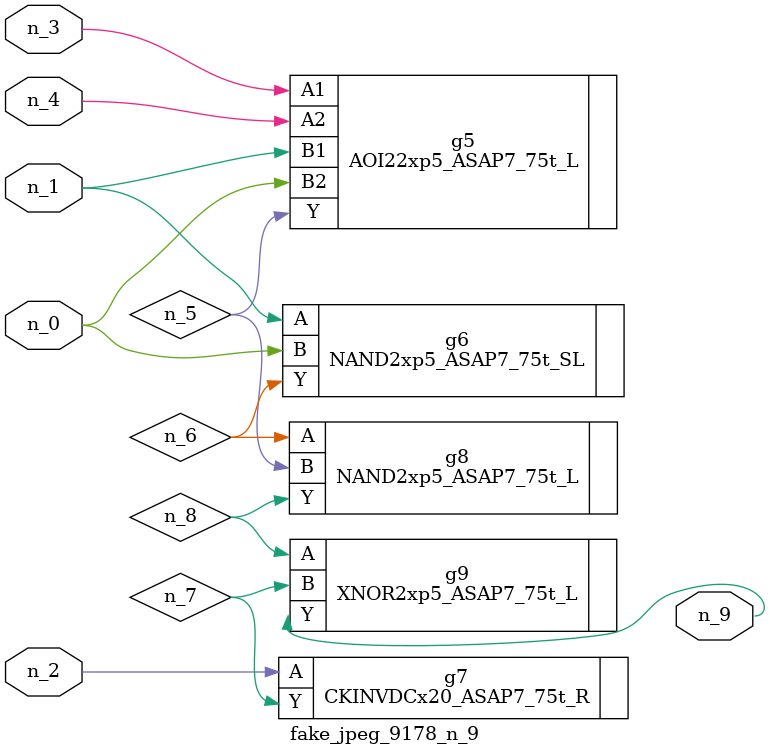
<source format=v>
module fake_jpeg_9178_n_9 (n_3, n_2, n_1, n_0, n_4, n_9);

input n_3;
input n_2;
input n_1;
input n_0;
input n_4;

output n_9;

wire n_8;
wire n_6;
wire n_5;
wire n_7;

AOI22xp5_ASAP7_75t_L g5 ( 
.A1(n_3),
.A2(n_4),
.B1(n_1),
.B2(n_0),
.Y(n_5)
);

NAND2xp5_ASAP7_75t_SL g6 ( 
.A(n_1),
.B(n_0),
.Y(n_6)
);

CKINVDCx20_ASAP7_75t_R g7 ( 
.A(n_2),
.Y(n_7)
);

NAND2xp5_ASAP7_75t_L g8 ( 
.A(n_6),
.B(n_5),
.Y(n_8)
);

XNOR2xp5_ASAP7_75t_L g9 ( 
.A(n_8),
.B(n_7),
.Y(n_9)
);


endmodule
</source>
